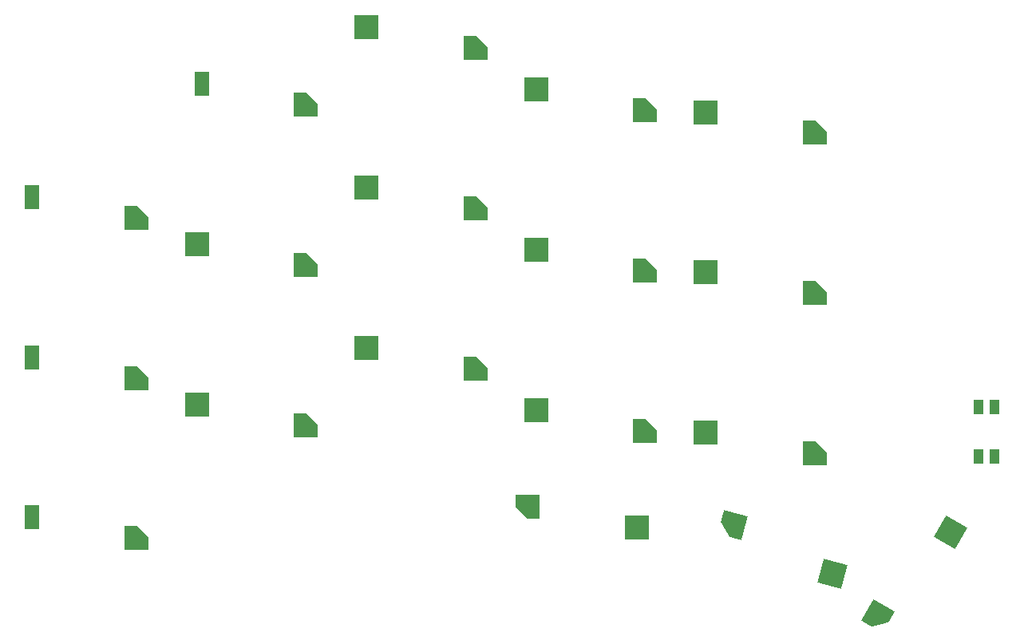
<source format=gbp>
G04 #@! TF.GenerationSoftware,KiCad,Pcbnew,8.0.6*
G04 #@! TF.CreationDate,2024-11-01T11:01:02+01:00*
G04 #@! TF.ProjectId,temper,74656d70-6572-42e6-9b69-6361645f7063,1.0*
G04 #@! TF.SameCoordinates,Original*
G04 #@! TF.FileFunction,Paste,Bot*
G04 #@! TF.FilePolarity,Positive*
%FSLAX46Y46*%
G04 Gerber Fmt 4.6, Leading zero omitted, Abs format (unit mm)*
G04 Created by KiCad (PCBNEW 8.0.6) date 2024-11-01 11:01:02*
%MOMM*%
%LPD*%
G01*
G04 APERTURE LIST*
G04 Aperture macros list*
%AMRotRect*
0 Rectangle, with rotation*
0 The origin of the aperture is its center*
0 $1 length*
0 $2 width*
0 $3 Rotation angle, in degrees counterclockwise*
0 Add horizontal line*
21,1,$1,$2,0,0,$3*%
%AMOutline5P*
0 Free polygon, 5 corners , with rotation*
0 The origin of the aperture is its center*
0 number of corners: always 5*
0 $1 to $10 corner X, Y*
0 $11 Rotation angle, in degrees counterclockwise*
0 create outline with 5 corners*
4,1,5,$1,$2,$3,$4,$5,$6,$7,$8,$9,$10,$1,$2,$11*%
%AMOutline6P*
0 Free polygon, 6 corners , with rotation*
0 The origin of the aperture is its center*
0 number of corners: always 6*
0 $1 to $12 corner X, Y*
0 $13 Rotation angle, in degrees counterclockwise*
0 create outline with 6 corners*
4,1,6,$1,$2,$3,$4,$5,$6,$7,$8,$9,$10,$11,$12,$1,$2,$13*%
%AMOutline7P*
0 Free polygon, 7 corners , with rotation*
0 The origin of the aperture is its center*
0 number of corners: always 7*
0 $1 to $14 corner X, Y*
0 $15 Rotation angle, in degrees counterclockwise*
0 create outline with 7 corners*
4,1,7,$1,$2,$3,$4,$5,$6,$7,$8,$9,$10,$11,$12,$13,$14,$1,$2,$15*%
%AMOutline8P*
0 Free polygon, 8 corners , with rotation*
0 The origin of the aperture is its center*
0 number of corners: always 8*
0 $1 to $16 corner X, Y*
0 $17 Rotation angle, in degrees counterclockwise*
0 create outline with 8 corners*
4,1,8,$1,$2,$3,$4,$5,$6,$7,$8,$9,$10,$11,$12,$13,$14,$15,$16,$1,$2,$17*%
G04 Aperture macros list end*
%ADD10Outline5P,-1.300000X1.300000X0.000000X1.300000X1.300000X0.000000X1.300000X-1.300000X-1.300000X-1.300000X0.000000*%
%ADD11R,1.600000X2.600000*%
%ADD12R,2.600000X2.600000*%
%ADD13Outline5P,-1.300000X1.300000X0.000000X1.300000X1.300000X0.000000X1.300000X-1.300000X-1.300000X-1.300000X180.000000*%
%ADD14Outline5P,-1.300000X1.300000X0.000000X1.300000X1.300000X0.000000X1.300000X-1.300000X-1.300000X-1.300000X165.000000*%
%ADD15RotRect,2.600000X2.600000X165.000000*%
%ADD16Outline5P,-1.300000X1.300000X0.000000X1.300000X1.300000X0.000000X1.300000X-1.300000X-1.300000X-1.300000X240.000000*%
%ADD17RotRect,2.600000X2.600000X240.000000*%
%ADD18R,1.000000X1.550000*%
G04 APERTURE END LIST*
D10*
X89185000Y-76350000D03*
D11*
X78135000Y-74150000D03*
D10*
X107185000Y-64350000D03*
D11*
X96135000Y-62150000D03*
D10*
X125185000Y-58350000D03*
D12*
X113635000Y-56150000D03*
D10*
X143185000Y-64970000D03*
D12*
X131635000Y-62770000D03*
D10*
X161185000Y-67350000D03*
D12*
X149635000Y-65150000D03*
D10*
X89185000Y-93350000D03*
D11*
X78135000Y-91150000D03*
D10*
X107185000Y-81350000D03*
D12*
X95635000Y-79150000D03*
D10*
X125185000Y-75350000D03*
D12*
X113635000Y-73150000D03*
D10*
X143185000Y-81970000D03*
D12*
X131635000Y-79770000D03*
D10*
X161185000Y-84350000D03*
D12*
X149635000Y-82150000D03*
D10*
X89185000Y-110350000D03*
D11*
X78135000Y-108150000D03*
D10*
X107185000Y-98350000D03*
D12*
X95635000Y-96150000D03*
D10*
X125185000Y-92350000D03*
D12*
X113635000Y-90150000D03*
D10*
X143185000Y-98975000D03*
D12*
X131635000Y-96775000D03*
D10*
X161185000Y-101350000D03*
D12*
X149635000Y-99150000D03*
D13*
X130735000Y-107040000D03*
D12*
X142285000Y-109240000D03*
D14*
X152436566Y-108985109D03*
D15*
X163023608Y-114099506D03*
D16*
X167869649Y-118651233D03*
D17*
X175549905Y-109748640D03*
D18*
X178579000Y-101685000D03*
X178579000Y-96435000D03*
X180279000Y-101685000D03*
X180279000Y-96435000D03*
M02*

</source>
